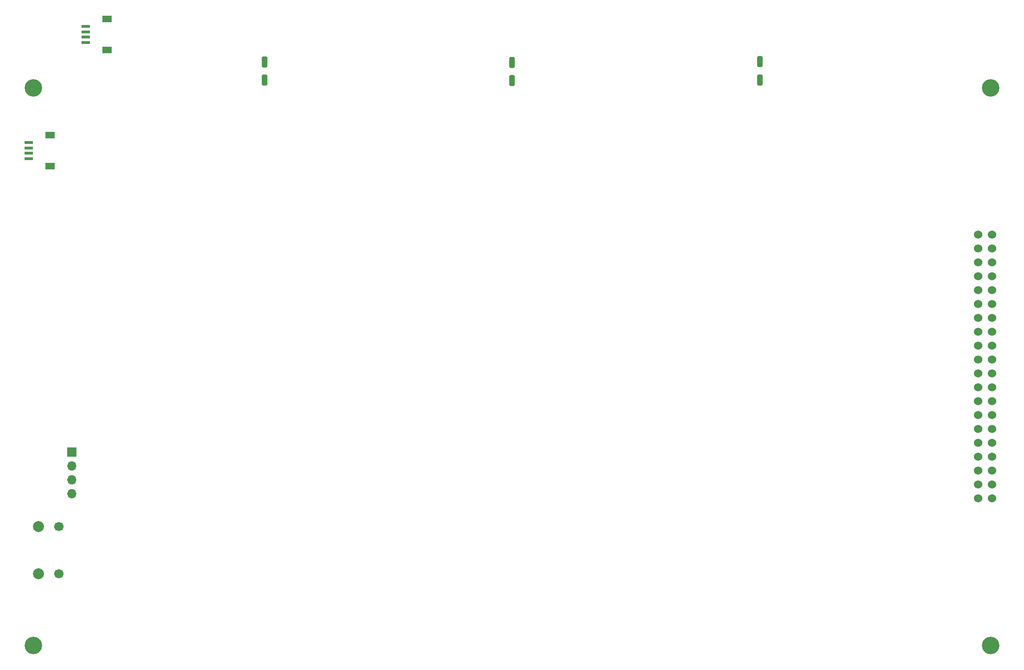
<source format=gbr>
%TF.GenerationSoftware,KiCad,Pcbnew,8.0.9*%
%TF.CreationDate,2025-09-15T10:43:43+02:00*%
%TF.ProjectId,iot_weatherstation_full_vcut,696f745f-7765-4617-9468-657273746174,rev?*%
%TF.SameCoordinates,Original*%
%TF.FileFunction,Soldermask,Top*%
%TF.FilePolarity,Negative*%
%FSLAX46Y46*%
G04 Gerber Fmt 4.6, Leading zero omitted, Abs format (unit mm)*
G04 Created by KiCad (PCBNEW 8.0.9) date 2025-09-15 10:43:43*
%MOMM*%
%LPD*%
G01*
G04 APERTURE LIST*
G04 Aperture macros list*
%AMRoundRect*
0 Rectangle with rounded corners*
0 $1 Rounding radius*
0 $2 $3 $4 $5 $6 $7 $8 $9 X,Y pos of 4 corners*
0 Add a 4 corners polygon primitive as box body*
4,1,4,$2,$3,$4,$5,$6,$7,$8,$9,$2,$3,0*
0 Add four circle primitives for the rounded corners*
1,1,$1+$1,$2,$3*
1,1,$1+$1,$4,$5*
1,1,$1+$1,$6,$7*
1,1,$1+$1,$8,$9*
0 Add four rect primitives between the rounded corners*
20,1,$1+$1,$2,$3,$4,$5,0*
20,1,$1+$1,$4,$5,$6,$7,0*
20,1,$1+$1,$6,$7,$8,$9,0*
20,1,$1+$1,$8,$9,$2,$3,0*%
G04 Aperture macros list end*
%ADD10RoundRect,0.250000X0.250000X-0.750000X0.250000X0.750000X-0.250000X0.750000X-0.250000X-0.750000X0*%
%ADD11R,1.550000X0.600000*%
%ADD12R,1.800000X1.200000*%
%ADD13C,3.200000*%
%ADD14C,1.524000*%
%ADD15C,2.010000*%
%ADD16C,1.700000*%
%ADD17R,1.700000X1.700000*%
%ADD18O,1.700000X1.700000*%
G04 APERTURE END LIST*
D10*
%TO.C,J10*%
X219813533Y-118407723D03*
%TD*%
%TO.C,J9*%
X174575525Y-118362455D03*
%TD*%
D11*
%TO.C,J6*%
X131507000Y-136049800D03*
X131507000Y-135049800D03*
X131507000Y-134049800D03*
X131507000Y-133049800D03*
D12*
X135382000Y-137349800D03*
X135382000Y-131749800D03*
%TD*%
D10*
%TO.C,J11*%
X265078562Y-118229192D03*
%TD*%
%TO.C,J3*%
X174574200Y-121640600D03*
%TD*%
D11*
%TO.C,J8*%
X141926097Y-114798802D03*
X141926097Y-113798802D03*
X141926097Y-112798802D03*
X141926097Y-111798802D03*
D12*
X145801097Y-116098802D03*
X145801097Y-110498802D03*
%TD*%
D10*
%TO.C,J4*%
X219786200Y-121716800D03*
%TD*%
D13*
%TO.C,U4*%
X132310000Y-123070000D03*
X132310000Y-225070000D03*
X307310000Y-123070000D03*
X307310000Y-225070000D03*
D14*
X307534400Y-149956800D03*
X307534400Y-152496800D03*
X307534400Y-155036800D03*
X307534400Y-157576800D03*
X307534400Y-160116800D03*
X307534400Y-162656800D03*
X307534400Y-165196800D03*
X307534400Y-167736800D03*
X307534400Y-170276800D03*
X307534400Y-172816800D03*
X307534400Y-175356800D03*
X307534400Y-177896800D03*
X307534400Y-180436800D03*
X307534400Y-182976800D03*
X307534400Y-185516800D03*
X307534400Y-188056800D03*
X307534400Y-190596800D03*
X307534400Y-193136800D03*
X307534400Y-195676800D03*
X307534400Y-198216800D03*
X304994400Y-198216800D03*
X304994400Y-195676800D03*
X304994400Y-193136800D03*
X304994400Y-190596800D03*
X304994400Y-188056800D03*
X304994400Y-185516800D03*
X304994400Y-182976800D03*
X304994400Y-180436800D03*
X304994400Y-177896800D03*
X304994400Y-175356800D03*
X304994400Y-172816800D03*
X304994400Y-170276800D03*
X304994400Y-167736800D03*
X304994400Y-165196800D03*
X304994400Y-162656800D03*
X304994400Y-160116800D03*
X304994400Y-157576800D03*
X304994400Y-155036800D03*
X304994400Y-152496800D03*
X304994400Y-149956800D03*
%TD*%
D10*
%TO.C,J7*%
X265099800Y-121666000D03*
%TD*%
D15*
%TO.C,J1*%
X133248400Y-211963000D03*
D16*
X137048400Y-211963000D03*
D15*
X133248400Y-203323000D03*
D16*
X137048400Y-203323000D03*
%TD*%
D17*
%TO.C,J2*%
X139395200Y-189738000D03*
D18*
X139395200Y-192278000D03*
X139395200Y-194818000D03*
X139395200Y-197358000D03*
%TD*%
M02*

</source>
